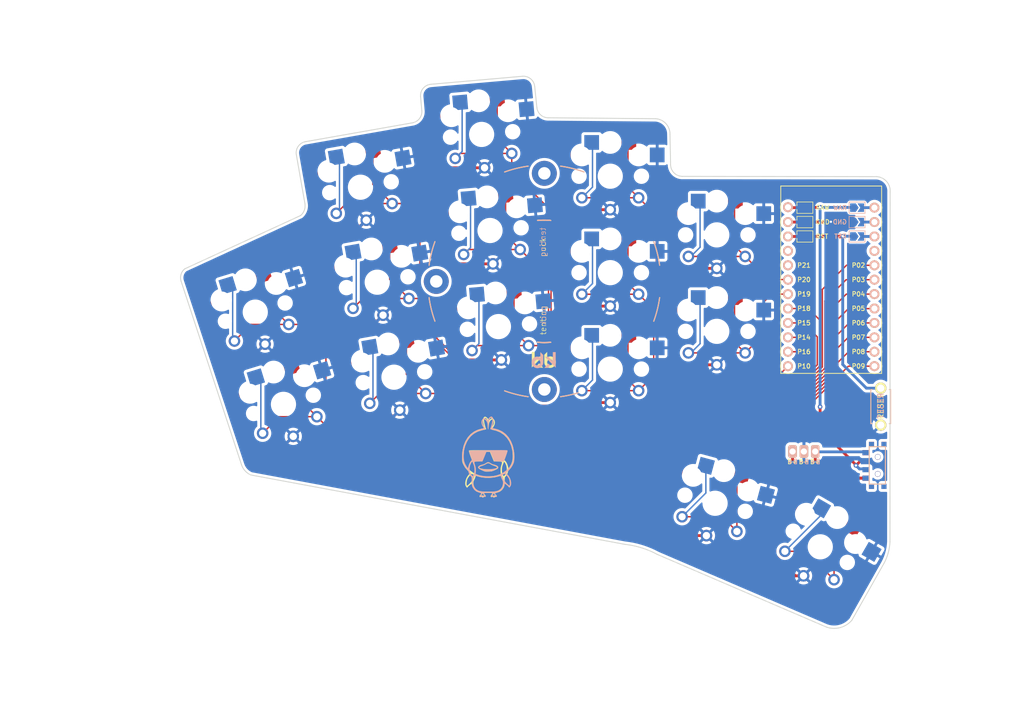
<source format=kicad_pcb>
(kicad_pcb (version 20211014) (generator pcbnew)
  (title_block (title "board") (rev "v1.0.0") (company "Unknown"))
  (layers (0 "F.Cu" signal) (31 "B.Cu" signal) (34 "B.Paste" user) (35 "F.Paste" user) (36 "B.SilkS" user "B.Silkscreen") (37 "F.SilkS" user "F.Silkscreen") (38 "B.Mask" user) (39 "F.Mask" user) (44 "Edge.Cuts" user))
  (net 0 "")
  (net 1 "P6")
  (net 2 "GND")
  (net 3 "P5")
  (net 4 "P4")
  (net 5 "P3")
  (net 6 "P2")
  (net 7 "P18")
  (net 8 "P15")
  (net 9 "P14")
  (net 10 "P16")
  (net 11 "P10")
  (net 12 "P19")
  (net 13 "P20")
  (net 14 "P21")
  (net 15 "P7")
  (net 16 "P8")
  (net 17 "P9")
  (net 18 "RAW")
  (net 19 "RST")
  (net 20 "Braw")
  (footprint "E73:SPDT_C128955" (layer "F.Cu") (at 162.560225 -55.708029 -90)
    (fp_text reference "T1" hide)
    (fp_text value "" hide)
  )
  (footprint "lib:bat" (layer "F.Cu") (at 149.545396 -58.163682)
    (fp_text reference "PAD1" hide)
    (fp_text value "" hide)
  )
  (footprint "kbd:ResetSW" (layer "F.Cu") (at 163.088472 -66.070035 90)
    (fp_text reference "B1" hide)
    (fp_text value "")
  )
  (footprint "PG1350" (layer "F.Cu") (at 71.38711 -104.745067 10)
    (fp_text reference "S11" hide)
    (fp_text value "" hide)
  )
  (footprint "PG1350" (layer "F.Cu") (at 152.428645 -41.360213 150)
    (fp_text reference "S34" hide)
    (fp_text value "" hide)
  )
  (footprint "PG1350" (layer "F.Cu") (at 94.221643 -97.114167 5)
    (fp_text reference "S15" hide)
    (fp_text value "" hide)
  )
  (footprint "PG1350" (layer "F.Cu") (at 115.411087 -89.686017)
    (fp_text reference "S21" hide)
    (fp_text value "" hide)
  )
  (footprint "PG1350" (layer "F.Cu") (at 77.291148 -71.261603 -170)
    (fp_text reference "S8" hide)
    (fp_text value "" hide)
  )
  (footprint "PG1350" (layer "F.Cu") (at 95.703291 -80.178857 -175)
    (fp_text reference "S14" hide)
    (fp_text value "" hide)
  )
  (footprint "PG1350" (layer "F.Cu") (at 115.411087 -72.686017 180)
    (fp_text reference "S20" hide)
    (fp_text value "" hide)
  )
  (footprint "PG1350" (layer "F.Cu") (at 134.192 -79.3425 180)
    (fp_text reference "S28" hide)
    (fp_text value "" hide)
  )
  (footprint "PG1350" (layer "F.Cu") (at 134.192 -96.3425)
    (fp_text reference "S29" hide)
    (fp_text value "" hide)
  )
  (footprint "LOGO" (layer "F.Cu") (at 93.819755 -55.859733)
    (fp_text reference "G***" hide)
    (fp_text value "LOGO" hide)
  )
  (footprint "PG1350" (layer "F.Cu") (at 152.428645 -41.360213 -30)
    (fp_text reference "S33" hide)
    (fp_text value "" hide)
  )
  (footprint "PG1350" (layer "F.Cu") (at 77.291148 -71.261603 10)
    (fp_text reference "S7" hide)
    (fp_text value "" hide)
  )
  (footprint "E73:SPDT_C128955" (layer "F.Cu") (at 162.560225 -55.708029 -90)
    (fp_text reference "T2" hide)
    (fp_text value "" hide)
  )
  (footprint "PG1350" (layer "F.Cu") (at 52.842259 -82.729963 17)
    (fp_text reference "S5" hide)
    (fp_text value "" hide)
  )
  (footprint "PG1350" (layer "F.Cu") (at 134.192 -79.3425)
    (fp_text reference "S27" hide)
    (fp_text value "" hide)
  )
  (footprint "PG1350" (layer "F.Cu") (at 74.339129 -88.003335 10)
    (fp_text reference "S9" hide)
    (fp_text value "" hide)
  )
  (footprint "PG1350" (layer "F.Cu") (at 94.221643 -97.114167 -175)
    (fp_text reference "S16" hide)
    (fp_text value "" hide)
  )
  (footprint "PG1350" (layer "F.Cu") (at 134.192 -96.3425 180)
    (fp_text reference "S30" hide)
    (fp_text value "" hide)
  )
  (footprint "PG1350" (layer "F.Cu") (at 95.703291 -80.178857 5)
    (fp_text reference "S13" hide)
    (fp_text value "" hide)
  )
  (footprint "PG1350" (layer "F.Cu") (at 115.411087 -106.686017 180)
    (fp_text reference "S24" hide)
    (fp_text value "" hide)
  )
  (footprint "PG1350" (layer "F.Cu") (at 92.739996 -114.049477 5)
    (fp_text reference "S17" hide)
    (fp_text value "" hide)
  )
  (footprint "PG1350" (layer "F.Cu") (at 57.812578 -66.472782 -163)
    (fp_text reference "S4" hide)
    (fp_text value "" hide)
  )
  (footprint "PG1350" (layer "F.Cu") (at 74.339129 -88.003335 -170)
    (fp_text reference "S10" hide)
    (fp_text value "" hide)
  )
  (footprint "PG1350" (layer "F.Cu") (at 115.411087 -89.686017 180)
    (fp_text reference "S22" hide)
    (fp_text value "" hide)
  )
  (footprint "PG1350" (layer "F.Cu") (at 133.891046 -49.038738 -15)
    (fp_text reference "S31" hide)
    (fp_text value "" hide)
  )
  (footprint "ProMicro" (layer "F.Cu") (at 154.357213 -87.172542 -90)
    (fp_text reference "MCU1" hide)
    (fp_text value "" hide)
  )
  (footprint "PG1350" (layer "F.Cu") (at 57.812578 -66.472782 17)
    (fp_text reference "S3" hide)
    (fp_text value "" hide)
  )
  (footprint "PG1350" (layer "F.Cu") (at 133.891046 -49.038738 165)
    (fp_text reference "S32" hide)
    (fp_text value "" hide)
  )
  (footprint "Alaa:Tenting_Puck_3_Holes" (layer "F.Cu") (at 103.79722 -88.141427)
    (fp_text reference "REF**")
    (fp_text value "Tenting Puck")
  )
  (footprint "PG1350" (layer "F.Cu") (at 71.38711 -104.745067 -170)
    (fp_text reference "S12" hide)
    (fp_text value "" hide)
  )
  (footprint "PG1350" (layer "F.Cu") (at 115.411087 -106.686017)
    (fp_text reference "S23" hide)
    (fp_text value "" hide)
  )
  (footprint "PG1350" (layer "F.Cu") (at 52.842259 -82.729963 -163)
    (fp_text reference "S6" hide)
    (fp_text value "" hide)
  )
  (footprint "PG1350" (layer "F.Cu") (at 115.411087 -72.686017)
    (fp_text reference "S19" hide)
    (fp_text value "" hide)
  )
  (footprint "PG1350" (layer "F.Cu") (at 92.739996 -114.049477 -175)
    (fp_text reference "S18" hide)
    (fp_text value "" hide)
  )
  (footprint "LOGO" (layer "B.Cu") (at 93.98 -55.88 180)
    (fp_text reference "G***" hide)
    (fp_text value "LOGO" hide)
  )
  (gr_arc (start 99.933789 -124.30301) (mid 101.393689 -123.842724) (end 102.10049 -122.484931) (layer "Edge.Cuts") (width 0.15))
  (gr_line (start 104.470899 -116.98947) (end 123.405311 -116.824102) (layer "Edge.Cuts") (width 0.15))
  (gr_arc (start 81.977357 -120.724386) (mid 82.43765 -122.184278) (end 83.795435 -122.891086) (layer "Edge.Cuts") (width 0.15))
  (gr_arc (start 162.372397 -106.613531) (mid 164.125357 -105.756339) (end 164.753669 -103.908943) (layer "Edge.Cuts") (width 0.15))
  (gr_arc (start 128.078513 -106.660574) (mid 126.659945 -107.269539) (end 126.049564 -108.687498) (layer "Edge.Cuts") (width 0.15))
  (gr_line (start 102.10049 -122.484931) (end 102.478509 -118.81516) (layer "Edge.Cuts") (width 0.15))
  (gr_line (start 158.002032 -28.418788) (end 163.680206 -38.476609) (layer "Edge.Cuts") (width 0.15))
  (gr_arc (start 82.194402 -118.243556) (mid 81.788732 -116.851711) (end 80.549308 -116.099629) (layer "Edge.Cuts") (width 0.15))
  (gr_arc (start 164.719636 -42.263105) (mid 164.412462 -40.311512) (end 163.680206 -38.476609) (layer "Edge.Cuts") (width 0.15))
  (gr_arc (start 60.082137 -110.459861) (mid 60.413443 -111.954313) (end 61.704455 -112.776773) (layer "Edge.Cuts") (width 0.15))
  (gr_arc (start 158.002032 -28.418788) (mid 155.946308 -27.125559) (end 153.519202 -27.212704) (layer "Edge.Cuts") (width 0.15))
  (gr_arc (start 39.776757 -88.145745) (mid 39.750553 -89.355472) (end 40.419583 -90.3637) (layer "Edge.Cuts") (width 0.15))
  (gr_arc (start 123.405311 -116.824102) (mid 125.240104 -115.94055) (end 125.945311 -114.030102) (layer "Edge.Cuts") (width 0.15))
  (gr_arc (start 52.097041 -54.013035) (mid 51.055311 -54.744663) (end 50.412171 -55.843231) (layer "Edge.Cuts") (width 0.15))
  (gr_line (start 39.776757 -88.145745) (end 50.412171 -55.843231) (layer "Edge.Cuts") (width 0.15))
  (gr_line (start 126.049564 -108.687498) (end 125.945311 -114.030102) (layer "Edge.Cuts") (width 0.15))
  (gr_line (start 60.082136 -110.459861) (end 61.5918 -101.858717) (layer "Edge.Cuts") (width 0.15))
  (gr_line (start 118.029108 -41.786742) (end 52.097041 -54.013035) (layer "Edge.Cuts") (width 0.15))
  (gr_arc (start 104.470899 -116.98947) (mid 103.119737 -117.514937) (end 102.478509 -118.81516) (layer "Edge.Cuts") (width 0.15))
  (gr_arc (start 118.029108 -41.786742) (mid 120.953275 -41.174834) (end 123.708003 -40.018696) (layer "Edge.Cuts") (width 0.15))
  (gr_arc (start 61.5918 -101.858717) (mid 61.492811 -100.716664) (end 60.852399 -99.765897) (layer "Edge.Cuts") (width 0.15))
  (gr_line (start 164.719636 -42.263105) (end 164.753669 -103.908943) (layer "Edge.Cuts") (width 0.15))
  (gr_line (start 83.795435 -122.891086) (end 99.933789 -124.303009) (layer "Edge.Cuts") (width 0.15))
  (gr_line (start 40.419583 -90.3637) (end 60.852399 -99.765897) (layer "Edge.Cuts") (width 0.15))
  (gr_line (start 82.194401 -118.243556) (end 81.977357 -120.724385) (layer "Edge.Cuts") (width 0.15))
  (gr_line (start 162.372397 -106.613531) (end 128.078513 -106.660574) (layer "Edge.Cuts") (width 0.15))
  (gr_line (start 153.519202 -27.212704) (end 123.708003 -40.018696) (layer "Edge.Cuts") (width 0.15))
  (gr_line (start 61.704455 -112.776773) (end 80.549308 -116.099629) (layer "Edge.Cuts") (width 0.15))
  (segment (start 157.527339 -80.822542) (end 154.628374 -77.923577) (width 0.25) (layer "F.Cu") (net 1))
  (segment (start 58.734795 -80.557863) (end 52.095465 -80.557863) (width 0.25) (layer "F.Cu") (net 1))
  (segment (start 54.234545 -89.377494) (end 54.234545 -85.058113) (width 0.25) (layer "F.Cu") (net 1))
  (segment (start 52.095465 -80.557863) (end 49.171748 -77.634146) (width 0.25) (layer "F.Cu") (net 1))
  (segment (start 94.028116 -72.037521) (end 89.562066 -72.037521) (width 0.25) (layer "F.Cu") (net 1))
  (segment (start 54.234545 -85.058113) (end 58.734795 -80.557863) (width 0.25) (layer "F.Cu") (net 1))
  (segment (start 154.628374 -72.346106) (end 149.562665 -67.280397) (width 0.25) (layer "F.Cu") (net 1))
  (segment (start 65.297412 -69.322588) (end 65.297412 -78.74) (width 0.25) (layer "F.Cu") (net 1))
  (segment (start 149.562665 -67.280397) (end 126.862431 -67.280397) (width 0.25) (layer "F.Cu") (net 1))
  (segment (start 161.977213 -80.822542) (end 157.527339 -80.822542) (width 0.25) (layer "F.Cu") (net 1))
  (segment (start 126.862431 -67.280397) (end 126.311018 -66.728983) (width 0.25) (layer "F.Cu") (net 1))
  (segment (start 121.686138 -62.104105) (end 109.813673 -62.104105) (width 0.25) (layer "F.Cu") (net 1))
  (segment (start 109.813673 -62.104105) (end 106.982862 -64.934916) (width 0.25) (layer "F.Cu") (net 1))
  (segment (start 71.12 -63.5) (end 65.297412 -69.322588) (width 0.25) (layer "F.Cu") (net 1))
  (segment (start 63.479549 -80.557863) (end 58.734795 -80.557863) (width 0.25) (layer "F.Cu") (net 1))
  (segment (start 126.311018 -66.728983) (end 121.686138 -62.104105) (width 0.25) (layer "F.Cu") (net 1))
  (segment (start 89.562066 -72.037521) (end 81.024544 -63.5) (width 0.25) (layer "F.Cu") (net 1))
  (segment (start 154.628374 -77.923577) (end 154.628374 -72.346106) (width 0.25) (layer "F.Cu") (net 1))
  (segment (start 81.024544 -63.5) (end 71.12 -63.5) (width 0.25) (layer "F.Cu") (net 1))
  (segment (start 101.130724 -64.934916) (end 94.028116 -72.037521) (width 0.25) (layer "F.Cu") (net 1))
  (segment (start 65.297412 -78.74) (end 63.479549 -80.557863) (width 0.25) (layer "F.Cu") (net 1))
  (segment (start 106.982862 -64.934916) (end 101.130724 -64.934916) (width 0.25) (layer "F.Cu") (net 1))
  (segment (start 47.655954 -88.184596) (end 48.856953 -86.983597) (width 0.25) (layer "B.Cu") (net 1))
  (segment (start 48.856953 -86.983597) (end 48.856953 -78.356283) (width 0.25) (layer "B.Cu") (net 1))
  (segment (start 108.15356 -75.418544) (end 107.136087 -76.436017) (width 0.5) (layer "F.Cu") (net 2))
  (segment (start 63.384822 -105.421809) (end 62.586645 -106.219986) (width 0.5) (layer "F.Cu") (net 2))
  (segment (start 96.21751 -74.301308) (end 89.760656 -74.301308) (width 0.5) (layer "F.Cu") (net 2))
  (segment (start 134.192 -90.4425) (end 127.825621 -90.4425) (width 0.5) (layer "F.Cu") (net 2))
  (segment (start 63.384822 -100.80225) (end 63.384822 -105.421809) (width 0.5) (layer "F.Cu") (net 2))
  (segment (start 128.464518 -73.4425) (end 125.917 -75.990018) (width 0.5) (layer "F.Cu") (net 2))
  (segment (start 75.363653 -82.192969) (end 74.347654 -81.17697) (width 0.5) (layer "F.Cu") (net 2))
  (segment (start 115.411087 -66.786017) (end 109.81576 -66.786017) (width 0.5) (layer "F.Cu") (net 2))
  (segment (start 125.917 -92.351121) (end 125.917 -100.0925) (width 0.5) (layer "F.Cu") (net 2))
  (segment (start 108.15356 -68.448217) (end 108.15356 -75.418544) (width 0.5) (layer "F.Cu") (net 2))
  (segment (start 62.586645 -106.219986) (end 62.586645 -107.001157) (width 0.5) (layer "F.Cu") (net 2))
  (segment (start 66.26837 -97.918702) (end 63.384822 -100.80225) (width 0.5) (layer "F.Cu") (net 2))
  (segment (start 74.347654 -81.17697) (end 68.485407 -81.17697) (width 0.5) (layer "F.Cu") (net 2))
  (segment (start 71.813295 -64.435238) (end 68.490683 -67.75785) (width 0.5) (layer "F.Cu") (net 2))
  (segment (start 89.760656 -74.301308) (end 87.132946 -76.929018) (width 0.5) (layer "F.Cu") (net 2))
  (segment (start 125.807135 -53.741241) (end 126.868581 -54.802687) (width 0.5) (layer "F.Cu") (net 2))
  (segment (start 109.81576 -66.786017) (end 108.15356 -68.448217) (width 0.5) (layer "F.Cu") (net 2))
  (segment (start 49.917361 -65.987885) (end 48.802762 -67.102484) (width 0.5) (layer "F.Cu") (net 2))
  (segment (start 144.4244 -39.868068) (end 144.4244 -46.032423) (width 0.5) (layer "F.Cu") (net 2))
  (segment (start 125.807135 -45.471746) (end 125.807135 -53.741241) (width 0.5) (layer "F.Cu") (net 2))
  (segment (start 59.537571 -60.830584) (end 58.196209 -59.489222) (width 0.5) (layer "F.Cu") (net 2))
  (segment (start 77.299673 -64.435238) (end 71.813295 -64.435238) (width 0.5) (layer "F.Cu") (net 2))
  (segment (start 115.411087 -83.786017) (end 108.973745 -83.786017) (width 0.5) (layer "F.Cu") (net 2))
  (segment (start 78.315672 -65.451237) (end 77.299673 -64.435238) (width 0.5) (layer "F.Cu") (net 2))
  (segment (start 58.196209 -59.489222) (end 53.137791 -59.489222) (width 0.5) (layer "F.Cu") (net 2))
  (segment (start 71.395635 -97.918702) (end 66.26837 -97.918702) (width 0.5) (layer "F.Cu") (net 2))
  (segment (start 132.364014 -43.339776) (end 127.939105 -43.339776) (width 0.5) (layer "F.Cu") (net 2))
  (segment (start 53.137791 -59.489222) (end 49.917361 -62.709652) (width 0.5) (layer "F.Cu") (net 2))
  (segment (start 134.192 -73.4425) (end 128.464518 -73.4425) (width 0.5) (layer "F.Cu") (net 2))
  (segment (start 107.136087 -103.216201) (end 107.136087 -110.436017) (width 0.5) (layer "F.Cu") (net 2))
  (segment (start 86.601289 -108.171928) (end 86.570217 -108.140856) (width 0.5) (layer "F.Cu") (net 2))
  (segment (start 93.254215 -108.171928) (end 86.601289 -108.171928) (width 0.5) (layer "F.Cu") (net 2))
  (segment (start 115.411087 -100.786017) (end 109.566271 -100.786017) (width 0.5) (layer "F.Cu") (net 2))
  (segment (start 68.485407 -81.17697) (end 65.538664 -84.123713) (width 0.5) (layer "F.Cu") (net 2))
  (segment (start 85.651298 -93.599163) (end 85.651298 -100.128683) (width 0.5) (layer "F.Cu") (net 2))
  (segment (start 65.538664 -84.123713) (end 65.538664 -90.259425) (width 0.5) (layer "F.Cu") (net 2))
  (segment (start 48.802762 -67.102484) (end 48.802762 -67.639549) (width 0.5) (layer "F.Cu") (net 2))
  (segment (start 144.4244 -46.032423) (end 147.137285 -48.745308) (width 0.5) (layer "F.Cu") (net 2))
  (segment (start 127.939105 -43.339776) (end 125.807135 -45.471746) (width 0.5) (layer "F.Cu") (net 2))
  (segment (start 148.041805 -36.250663) (end 144.4244 -39.868068) (width 0.5) (layer "F.Cu") (net 2))
  (segment (start 154.256703 -98.602542) (end 150.44369 -98.602542) (width 0.5) (layer "F.Cu") (net 2))
  (segment (start 108.15356 -76.015027) (end 107.136087 -77.0325) (width 0.5) (layer "F.Cu") (net 2))
  (segment (start 109.566271 -100.786017) (end 107.136087 -103.216201) (width 0.5) (layer "F.Cu") (net 2))
  (segment (start 94.735862 -91.236618) (end 88.013843 -91.236618) (width 0.5) (layer "F.Cu") (net 2))
  (segment (start 48.232895 -75.218284) (end 44.864298 -78.586881) (width 0.5) (layer "F.Cu") (net 2))
  (segment (start 87.132946 -76.929018) (end 87.132946 -83.193373) (width 0.5) (layer "F.Cu") (net 2))
  (segment (start 88.013843 -91.236618) (end 85.651298 -93.599163) (width 0.5) (layer "F.Cu") (net 2))
  (segment (start 108.973745 -83.786017) (end 107.136087 -85.623675) (width 0.5) (layer "F.Cu") (net 2))
  (segment (start 154.304587 -98.650426) (end 154.256703 -98.602542) (width 0.5) (layer "F.Cu") (net 2))
  (segment (start 127.825621 -90.4425) (end 125.917 -92.351121) (width 0.5) (layer "F.Cu") (net 2))
  (segment (start 44.864298 -78.586881) (end 44.864298 -82.864875) (width 0.5) (layer "F.Cu") (net 2))
  (segment (start 86.570217 -108.140856) (end 84.169651 -110.541422) (width 0.5) (layer "F.Cu") (net 2))
  (segment (start 54.567252 -77.087765) (end 52.697771 -75.218284) (width 0.5) (layer "F.Cu") (net 2))
  (segment (start 72.411634 -98.934701) (end 71.395635 -97.918702) (width 0.5) (layer "F.Cu") (net 2))
  (segment (start 149.478645 -36.250663) (end 148.041805 -36.250663) (width 0.5) (layer "F.Cu") (net 2))
  (segment (start 68.490683 -67.75785) (end 68.490683 -73.517693) (width 0.5) (layer "F.Cu") (net 2))
  (segment (start 52.697771 -75.218284) (end 48.232895 -75.218284) (width 0.5) (layer "F.Cu") (net 2))
  (segment (start 107.136087 -85.623675) (end 107.136087 -93.436017) (width 0.5) (layer "F.Cu") (net 2))
  (segment (start 44.864298 -82.864875) (end 43.832443 -83.89673) (width 0.5) (layer "F.Cu") (net 2))
  (segment (start 49.917361 -62.709652) (end 49.917361 -65.987885) (width 0.5) (layer "F.Cu") (net 2))
  (segment (start 125.917 -75.990018) (end 125.917 -83.0925) (width 0.5) (layer "F.Cu") (net 2))
  (segment (start 84.169651 -110.541422) (end 84.169651 -117.063993) (width 0.5) (layer "F.Cu") (net 2))
  (via (at 154.304587 -98.650426) (size 0.8) (drill 0.4) (layers "F.Cu" "B.Cu") (net 2))
  (segment (start 154.329345 -98.675184) (end 154.329345 -64.825511) (width 0.5) (layer "B.Cu") (net 2))
  (segment (start 149.545396 -60.041562) (end 149.545396 -58.163682) (width 0.5) (layer "B.Cu") (net 2))
  (segment (start 154.329345 -64.825511) (end 149.545396 -60.041562) (width 0.5) (layer "B.Cu") (net 2))
  (segment (start 154.304587 -98.650426) (end 154.329345 -98.675184) (width 0.5) (layer "B.Cu") (net 2))
  (segment (start 154.329345 -98.675184) (end 158.139502 -98.675184) (width 0.5) (layer "B.Cu") (net 2))
  (segment (start 154.178854 -72.532303) (end 154.178854 -80.140845) (width 0.25) (layer "F.Cu") (net 3))
  (segment (start 157.383378 -83.345369) (end 161.96004 -83.345369) (width 0.25) (layer "F.Cu") (net 3))
  (segment (start 121.499941 -62.553625) (end 126.676233 -67.729917) (width 0.25) (layer "F.Cu") (net 3))
  (segment (start 79.483187 -71.779437) (end 82.87505 -68.387574) (width 0.25) (layer "F.Cu") (net 3))
  (segment (start 94.214315 -72.487041) (end 101.31692 -65.384436) (width 0.25) (layer "F.Cu") (net 3))
  (segment (start 154.178854 -80.140845) (end 157.383378 -83.345369) (width 0.25) (layer "F.Cu") (net 3))
  (segment (start 149.376468 -67.729917) (end 154.178854 -72.532303) (width 0.25) (layer "F.Cu") (net 3))
  (segment (start 101.31692 -65.384436) (end 107.16906 -65.384436) (width 0.25) (layer "F.Cu") (net 3))
  (segment (start 82.87505 -68.387574) (end 74.763453 -68.387574) (width 0.25) (layer "F.Cu") (net 3))
  (segment (start 79.483187 -77.689907) (end 79.483187 -71.779437) (width 0.25) (layer "F.Cu") (net 3))
  (segment (start 74.763453 -68.387574) (end 73.026972 -66.651093) (width 0.25) (layer "F.Cu") (net 3))
  (segment (start 85.2764 -68.387574) (end 89.375867 -72.487041) (width 0.25) (layer "F.Cu") (net 3))
  (segment (start 109.999871 -62.553625) (end 121.499941 -62.553625) (width 0.25) (layer "F.Cu") (net 3))
  (segment (start 107.16906 -65.384436) (end 109.999871 -62.553625) (width 0.25) (layer "F.Cu") (net 3))
  (segment (start 82.87505 -68.387574) (end 85.2764 -68.387574) (width 0.25) (layer "F.Cu") (net 3))
  (segment (start 89.375867 -72.487041) (end 94.214315 -72.487041) (width 0.25) (layer "F.Cu") (net 3))
  (segment (start 126.676233 -67.729917) (end 149.376468 -67.729917) (width 0.25) (layer "F.Cu") (net 3))
  (segment (start 73.59045 -67.214571) (end 73.026972 -66.651093) (width 0.25) (layer "B.Cu") (net 3))
  (segment (start 73.032696 -76.552511) (end 73.59045 -75.994757) (width 0.25) (layer "B.Cu") (net 3))
  (segment (start 73.59045 -75.994757) (end 73.59045 -67.214571) (width 0.25) (layer "B.Cu") (net 3))
  (segment (start 126.490035 -68.179437) (end 149.19027 -68.179437) (width 0.25) (layer "F.Cu") (net 4))
  (segment (start 76.531168 -88.521169) (end 79.923031 -85.129306) (width 0.25) (layer "F.Cu") (net 4))
  (segment (start 94.400512 -72.936561) (end 101.503117 -65.833956) (width 0.25) (layer "F.Cu") (net 4))
  (segment (start 110.186071 -63.003145) (end 121.313741 -63.003145) (width 0.25) (layer "F.Cu") (net 4))
  (segment (start 76.531168 -94.431639) (end 76.531168 -88.521169) (width 0.25) (layer "F.Cu") (net 4))
  (segment (start 149.19027 -68.179437) (end 153.729334 -72.718501) (width 0.25) (layer "F.Cu") (net 4))
  (segment (start 153.729334 -82.609334) (end 157.024799 -85.904799) (width 0.25) (layer "F.Cu") (net 4))
  (segment (start 84.38648 -77.933067) (end 89.382986 -72.936561) (width 0.25) (layer "F.Cu") (net 4))
  (segment (start 84.38648 -82.617802) (end 84.38648 -77.933067) (width 0.25) (layer "F.Cu") (net 4))
  (segment (start 157.024799 -85.904799) (end 161.974956 -85.904799) (width 0.25) (layer "F.Cu") (net 4))
  (segment (start 79.923031 -85.129306) (end 71.811434 -85.129306) (width 0.25) (layer "F.Cu") (net 4))
  (segment (start 89.382986 -72.936561) (end 94.400512 -72.936561) (width 0.25) (layer "F.Cu") (net 4))
  (segment (start 81.874976 -85.129306) (end 84.38648 -82.617802) (width 0.25) (layer "F.Cu") (net 4))
  (segment (start 107.355257 -65.833956) (end 110.186071 -63.003145) (width 0.25) (layer "F.Cu") (net 4))
  (segment (start 79.923031 -85.129306) (end 81.874976 -85.129306) (width 0.25) (layer "F.Cu") (net 4))
  (segment (start 161.974956 -85.904799) (end 161.977213 -85.902542) (width 0.25) (layer "F.Cu") (net 4))
  (segment (start 153.729334 -72.718501) (end 153.729334 -82.609334) (width 0.25) (layer "F.Cu") (net 4))
  (segment (start 71.811434 -85.129306) (end 70.074953 -83.392825) (width 0.25) (layer "F.Cu") (net 4))
  (segment (start 101.503117 -65.833956) (end 107.355257 -65.833956) (width 0.25) (layer "F.Cu") (net 4))
  (segment (start 121.313741 -63.003145) (end 126.490035 -68.179437) (width 0.25) (layer "F.Cu") (net 4))
  (segment (start 70.638431 -83.956303) (end 70.074953 -83.392825) (width 0.25) (layer "B.Cu") (net 4))
  (segment (start 70.638431 -92.736489) (end 70.638431 -83.956303) (width 0.25) (layer "B.Cu") (net 4))
  (segment (start 70.080677 -93.294243) (end 70.638431 -92.736489) (width 0.25) (layer "B.Cu") (net 4))
  (segment (start 68.859415 -101.871038) (end 67.122934 -100.134557) (width 0.25) (layer "F.Cu") (net 5))
  (segment (start 107.541455 -66.283476) (end 110.372268 -63.452665) (width 0.25) (layer "F.Cu") (net 5))
  (segment (start 73.579149 -111.173371) (end 73.579149 -105.262901) (width 0.25) (layer "F.Cu") (net 5))
  (segment (start 149.004072 -68.628957) (end 153.249052 -72.873937) (width 0.25) (layer "F.Cu") (net 5))
  (segment (start 81.858703 -85.781297) (end 84.836 -82.804) (width 0.25) (layer "F.Cu") (net 5))
  (segment (start 110.372268 -63.452665) (end 121.127544 -63.452665) (width 0.25) (layer "F.Cu") (net 5))
  (segment (start 81.858703 -99.573497) (end 81.858703 -85.781297) (width 0.25) (layer "F.Cu") (net 5))
  (segment (start 153.249052 -84.703008) (end 156.988586 -88.442542) (width 0.25) (layer "F.Cu") (net 5))
  (segment (start 76.971012 -101.871038) (end 68.859415 -101.871038) (width 0.25) (layer "F.Cu") (net 5))
  (segment (start 79.561162 -101.871038) (end 81.858703 -99.573497) (width 0.25) (layer "F.Cu") (net 5))
  (segment (start 101.689314 -66.283476) (end 107.541455 -66.283476) (width 0.25) (layer "F.Cu") (net 5))
  (segment (start 153.249052 -72.873937) (end 153.249052 -84.703008) (width 0.25) (layer "F.Cu") (net 5))
  (segment (start 76.971012 -101.871038) (end 79.561162 -101.871038) (width 0.25) (layer "F.Cu") (net 5))
  (segment (start 89.569184 -73.386081) (end 94.586709 -73.386081) (width 0.25) (layer "F.Cu") (net 5))
  (segment (start 84.836 -82.804) (end 84.836 -78.119265) (width 0.25) (layer "F.Cu") (net 5))
  (segment (start 126.303837 -68.628957) (end 149.004072 -68.628957) (width 0.25) (layer "F.Cu") (net 5))
  (segment (start 73.579149 -105.262901) (end 76.971012 -101.871038) (width 0.25) (layer "F.Cu") (net 5))
  (segment (start 94.586709 -73.386081) (end 101.689314 -66.283476) (width 0.25) (layer "F.Cu") (net 5))
  (segment (start 156.988586 -88.442542) (end 161.977213 -88.442542) (width 0.25) (layer "F.Cu") (net 5))
  (segment (start 121.127544 -63.452665) (end 126.303837 -68.628957) (width 0.25) (layer "F.Cu") (net 5))
  (segment (start 84.836 -78.119265) (end 89.569184 -73.386081) (width 0.25) (layer "F.Cu") (net 5))
  (segment (start 67.686412 -100.698035) (end 67.122934 -100.134557) (width 0.25) (layer "B.Cu") (net 5))
  (segment (start 67.128658 -110.035975) (end 67.686412 -109.478221) (width 0.25) (layer "B.Cu") (net 5))
  (segment (start 67.686412 -109.478221) (end 67.686412 -100.698035) (width 0.25) (layer "B.Cu") (net 5))
  (segment (start 104.07916 -75.594064) (end 104.07916 -73.484347) (width 0.25) (layer "F.Cu") (net 6))
  (segment (start 106.680001 -67.780648) (end 110.558465 -63.902185) (width 0.25) (layer "F.Cu") (net 6))
  (segment (start 110.558465 -63.902185) (end 120.941347 -63.902185) (width 0.25) (layer "F.Cu") (net 6))
  (segment (start 91.925067 -76.829096) (end 91.053509 -75.957538) (width 0.25) (layer "F.Cu") (net 6))
  (segment (start 106.68 -70.883507) (end 106.680001 -67.780648) (width 0.25) (layer "F.Cu") (net 6))
  (segment (start 101.015456 -76.829096) (end 98.447252 -79.3973) (width 0.25) (layer "F.Cu") (net 6))
  (segment (start 152.799532 -73.060135) (end 152.799532 -86.738477) (width 0.25) (layer "F.Cu") (net 6))
  (segment (start 98.447252 -79.3973) (end 98.447252 -86.391651) (width 0.25) (layer "F.Cu") (net 6))
  (segment (start 104.07916 -73.484347) (end 106.68 -70.883507) (width 0.25) (layer "F.Cu") (net 6))
  (segment (start 120.941347 -63.902185) (end 126.117639 -69.078477) (width 0.25) (layer "F.Cu") (net 6))
  (segment (start 126.117639 -69.078477) (end 148.817874 -69.078477) (width 0.25) (layer "F.Cu") (net 6))
  (segment (start 101.015456 -76.829096) (end 102.844128 -76.829096) (width 0.25) (layer "F.Cu") (net 6))
  (segment (start 102.844128 -76.829096) (end 104.07916 -75.594064) (width 0.25) (layer "F.Cu") (net 6))
  (segment (start 152.799532 -86.738477) (end 157.043597 -90.982542) (width 0.25) (layer "F.Cu") (net 6))
  (segment (start 157.043597 -90.982542) (end 161.977213 -90.982542) (width 0.25) (layer "F.Cu") (net 6))
  (segment (start 101.015456 -76.829096) (end 91.925067 -76.829096) (width 0.25) (layer "F.Cu") (net 6))
  (segment (start 148.817874 -69.078477) (end 152.799532 -73.060135) (width 0.25) (layer "F.Cu") (net 6))
  (segment (start 92.270004 -77.174033) (end 91.053509 -75.957538) (width 0.25) (layer "B.Cu") (net 6))
  (segment (start 91.922177 -85.82078) (end 92.270004 -85.472953) (width 0.25) (layer "B.Cu") (net 6))
  (segment (start 92.270004 -85.472953) (end 92.270004 -77.174033) (width 0.25) (layer "B.Cu") (net 6))
  (segment (start 110.744662 -64.351705) (end 120.755149 -64.351705) (width 0.25) (layer "F.Cu") (net 7))
  (segment (start 104.52868 -88.769534) (end 104.52868 -73.670546) (width 0.25) (layer "F.Cu") (net 7))
  (segment (start 152.350012 -73.246333) (end 152.350012 -81.329988) (width 0.25) (layer "F.Cu") (net 7))
  (segment (start 99.533808 -93.764406) (end 90.443419 -93.764406) (width 0.25) (layer "F.Cu") (net 7))
  (segment (start 96.965604 -96.33261) (end 99.533808 -93.764406) (width 0.25) (layer "F.Cu") (net 7))
  (segment (start 107.12952 -67.966846) (end 107.392843 -67.703524) (width 0.25) (layer "F.Cu") (net 7))
  (segment (start 150.317458 -83.362542) (end 146.737213 -83.362542) (width 0.25) (layer "F.Cu") (net 7))
  (segment (start 107.392843 -67.703524) (end 110.744662 -64.351705) (width 0.25) (layer "F.Cu") (net 7))
  (segment (start 99.533808 -93.764406) (end 104.52868 -88.769534) (width 0.25) (layer "F.Cu") (net 7))
  (segment (start 148.631676 -69.527997) (end 152.350012 -73.246333) (width 0.25) (layer "F.Cu") (net 7))
  (segment (start 125.931441 -69.527997) (end 148.631676 -69.527997) (width 0.25) (layer "F.Cu") (net 7))
  (segment (start 96.965604 -103.326961) (end 96.965604 -96.33261) (width 0.25) (layer "F.Cu") (net 7))
  (segment (start 90.443419 -93.764406) (end 89.571861 -92.892848) (width 0.25) (layer "F.Cu") (net 7))
  (segment (start 107.12952 -71.069705) (end 107.12952 -67.966846) (width 0.25) (layer "F.Cu") (net 7))
  (segment (start 152.350012 -81.329988) (end 150.317458 -83.362542) (width 0.25) (layer "F.Cu") (net 7))
  (segment (start 104.52868 -73.670546) (end 107.12952 -71.069705) (width 0.25) (layer "F.Cu") (net 7))
  (segment (start 120.755149 -64.351705) (end 125.931441 -69.527997) (width 0.25) (layer "F.Cu") (net 7))
  (segment (start 90.788356 -94.109343) (end 89.571861 -92.892848) (width 0.25) (layer "B.Cu") (net 7))
  (segment (start 90.440529 -102.75609) (end 90.788356 -102.408263) (width 0.25) (layer "B.Cu") (net 7))
  (segment (start 90.788356 -102.408263) (end 90.788356 -94.109343) (width 0.25) (layer "B.Cu") (net 7))
  (segment (start 148.445478 -69.977517) (end 151.900492 -73.432531) (width 0.25) (layer "F.Cu") (net 8))
  (segment (start 120.568951 -64.801225) (end 125.745243 -69.977517) (width 0.25) (layer "F.Cu") (net 8))
  (segment (start 98.052161 -107.541789) (end 104.9782 -100.61575) (width 0.25) (layer "F.Cu") (net 8))
  (segment (start 151.900492 -78.376564) (end 149.454514 -80.822542) (width 0.25) (layer "F.Cu") (net 8))
  (segment (start 98.052161 -110.699716) (end 98.052161 -107.541789) (width 0.25) (layer "F.Cu") (net 8))
  (segment (start 95.483957 -120.262271) (end 95.483957 -113.26792) (width 0.25) (layer "F.Cu") (net 8))
  (segment (start 125.745243 -69.977517) (end 148.445478 -69.977517) (width 0.25) (layer "F.Cu") (net 8))
  (segment (start 110.930859 -64.801225) (end 120.568951 -64.801225) (width 0.25) (layer "F.Cu") (net 8))
  (segment (start 107.57904 -71.255902) (end 107.57904 -68.153044) (width 0.25) (layer "F.Cu") (net 8))
  (segment (start 88.961772 -110.699716) (end 88.090214 -109.828158) (width 0.25) (layer "F.Cu") (net 8))
  (segment (start 149.454514 -80.822542) (end 146.737213 -80.822542) (width 0.25) (layer "F.Cu") (net 8))
  (segment (start 98.052161 -110.699716) (end 88.961772 -110.699716) (width 0.25) (layer "F.Cu") (net 8))
  (segment (start 151.900492 -73.432531) (end 151.900492 -78.376564) (width 0.25) (layer "F.Cu") (net 8))
  (segment (start 104.9782 -100.61575) (end 104.9782 -73.856744) (width 0.25) (layer "F.Cu") (net 8))
  (segment (start 95.483957 -113.26792) (end 98.052161 -110.699716) (width 0.25) (layer "F.Cu") (net 8))
  (segment (start 104.9782 -73.856744) (end 107.57904 -71.255902) (width 0.25) (layer "F.Cu") (net 8))
  (segment (start 107.57904 -68.153044) (end 110.930859 -64.801225) (width 0.25) (layer "F.Cu") (net 8))
  (segment (start 89.306709 -111.044653) (end 88.090214 -109.828158) (width 0.25) (layer "B.Cu") (net 8))
  (segment (start 89.306709 -119.343573) (end 89.306709 -111.044653) (width 0.25) (layer "B.Cu") (net 8))
  (segment (start 88.958882 -119.6914) (end 89.306709 -119.343573) (width 0.25) (layer "B.Cu") (net 8))
  (segment (start 148.25928 -70.427037) (end 121.952107 -70.427037) (width 0.25) (layer "F.Cu") (net 9))
  (segment (start 146.737213 -78.282542) (end 149.026535 -78.282542) (width 0.25) (layer "F.Cu") (net 9))
  (segment (start 120.411087 -68.886017) (end 110.411087 -68.886017) (width 0.25) (layer "F.Cu") (net 9))
  (segment (start 118.536566 -78.486496) (end 118.536566 -70.760538) (width 0.25) (layer "F.Cu") (net 9))
  (segment (start 151.450972 -75.858105) (end 151.450972 -73.618729) (width 0.25) (layer "F.Cu") (net 9))
  (segment (start 151.450972 -73.618729) (end 148.25928 -70.427037) (width 0.25) (layer "F.Cu") (net 9))
  (segment (start 118.536566 -70.760538) (end 120.411087 -68.886017) (width 0.25) (layer "F.Cu") (net 9))
  (segment (start 118.686087 -78.636017) (end 118.536566 -78.486496) (width 0.25) (layer "F.Cu") (net 9))
  (segment (start 149.026535 -78.282542) (end 151.450972 -75.858105) (width 0.25) (layer "F.Cu") (net 9))
  (segment (start 121.952107 -70.427037) (end 120.411087 -68.886017) (width 0.25) (layer "F.Cu") (net 9))
  (segment (start 112.285608 -79.029475) (end 112.285608 -70.760538) (width 0.25) (layer "B.Cu") (net 9))
  (segment (start 112.285608 -70.760538) (end 110.411087 -68.886017) (width 0.25) (layer "B.Cu") (net 9))
  (segment (start 118.536566 -87.760538) (end 120.411087 -85.886017) (width 0.25) (layer "F.Cu") (net 10))
  (segment (start 110.411087 -85.886017) (end 120.411087 -85.886017) (width 0.25) (layer "F.Cu") (net 10))
  (segment (start 151.001452 -73.804926) (end 151.001452 -74.60109) (width 0.25) (layer "F.Cu") (net 10))
  (segment (start 118.536566 -95.486496) (end 118.536566 -87.760538) (width 0.25) (layer "F.Cu") (net 10))
  (segment (start 120.411087 -85.886017) (end 123.069394 -83.22771) (width 0.25) (layer "F.Cu") (net 10))
  (segment (start 151.001452 -74.60109) (end 149.86 -75.742542) (width 0.25) (layer "F.Cu") (net 10))
  (segment (start 123.069394 -73.45757) (end 125.650407 -70.876557) (width 0.25) (layer "F.Cu") (net 10))
  (segment (start 125.650407 -70.876557) (end 148.073083 -70.876557) (width 0.25) (layer "F.Cu") (net 10))
  (segment (start 148.073083 -70.876557) (end 151.001452 -73.804926) (width 0.25) (layer "F.Cu") (net 10))
  (segment (start 123.069394 -83.22771) (end 123.069394 -73.45757) (width 0.25) (layer "F.Cu") (net 10))
  (segment (start 149.86 -75.742542) (end 146.737213 -75.742542) (width 0.25) (layer "F.Cu") (net 10))
  (segment (start 118.686087 -95.636017) (end 118.536566 -95.486496) (width 0.25) (layer "F.Cu") (net 10))
  (segment (start 112.285608 -96.029475) (end 112.285608 -87.760538) (width 0.25) (layer "B.Cu") (net 10))
  (segment (start 112.285608 -87.760538) (end 110.411087 -85.886017) (width 0.25) (layer "B.Cu") (net 10))
  (segment (start 118.536566 -112.486496) (end 118.536566 -104.760538) (width 0.25) (layer "F.Cu") (net 11))
  (segment (start 123.518914 -99.77819) (end 123.518914 -73.643767) (width 0.25) (layer "F.Cu") (net 11))
  (segment (start 120.411087 -102.886017) (end 110.411087 -102.886017) (width 0.25) (layer "F.Cu") (net 11))
  (segment (start 118.686087 -112.636017) (end 118.536566 -112.486496) (width 0.25) (layer "F.Cu") (net 11))
  (segment (start 125.836604 -71.326077) (end 144.860748 -71.326077) (width 0.25) (layer "F.Cu") (net 11))
  (segment (start 144.860748 -71.326077) (end 146.737213 -73.202542) (width 0.25) (layer "F.Cu") (net 11))
  (segment (start 123.518914 -73.643767) (end 125.836604 -71.326077) (width 0.25) (layer "F.Cu") (net 11))
  (segment (start 120.411087 -102.886017) (end 123.518914 -99.77819) (width 0.25) (layer "F.Cu") (net 11))
  (segment (start 118.536566 -104.760538) (end 120.411087 -102.886017) (width 0.25) (layer "F.Cu") (net 11))
  (segment (start 112.285608 -104.760538) (end 110.411087 -102.886017) (width 0.25) (layer "B.Cu") (net 11))
  (segment (start 112.285608 -113.029475) (end 112.285608 -104.760538) (width 0.25) (layer "B.Cu") (net 11))
  (segment (start 143.851676 -85.902542) (end 146.737213 -85.902542) (width 0.25) (layer "F.Cu") (net 12))
  (segment (start 137.317479 -77.417021) (end 137.317479 -85.142979) (width 0.25) (layer "F.Cu") (net 12))
  (segment (start 139.192 -75.5425) (end 137.317479 -77.417021) (width 0.25) (layer "F.Cu") (net 12))
  (segment (start 137.317479 -85.142979) (end 137.467 -85.2925) (width 0.25) (layer "F.Cu") (net 12))
  (segment (start 142.514611 -84.565477) (end 143.851676 -85.902542) (width 0.25) (layer "F.Cu") (net 12))
  (segment (start 139.192 -75.5425) (end 142.514611 -78.865111) (width 0.25) (layer "F.Cu") (net 12))
  (segment (start 129.192 -75.5425) (end 139.192 -75.5425) (width 0.25) (layer "F.Cu") (net 12))
  (segment (start 142.514611 -78.865111) (end 142.514611 -84.565477) (width 0.25) (layer "F.Cu") (net 12))
  (segment (start 131.246666 -77.165756) (end 129.052425 -74.971515) (width 0.25) (layer "B.Cu") (net 12))
  (segment (start 131.246666 -84.252274) (end 131.246666 -77.165756) (width 0.25) (layer "B.Cu") (net 12))
  (segment (start 130.777425 -84.721515) (end 131.246666 -84.252274) (width 0.25) (layer "B.Cu") (net 12))
  (segment (start 139.192 -92.5425) (end 143.260443 -88.474057) (width 0.25) (layer "F.Cu") (net 13))
  (segment (start 137.317479 -94.417021) (end 137.317479 -102.142979) (width 0.25) (layer "F.Cu") (net 13))
  (segment (start 137.317479 -102.142979) (end 137.467 -102.2925) (width 0.25) (layer "F.Cu") (net 13))
  (segment (start 139.192 -92.5425) (end 137.317479 -94.417021) (width 0.25) (layer "F.Cu") (net 13))
  (segment (start 143.260443 -88.474057) (end 146.705698 -88.474057) (width 0.25) (layer "F.Cu") (net 13))
  (segment (start 146.705698 -88.474057) (end 146.737213 -88.442542) (width 0.25) (layer "F.Cu") (net 13))
  (segment (start 129.192 -92.5425) (end 139.192 -92.5425) (width 0.25) (layer "F.Cu") (net 13))
  (segment (start 131.246666 -101.252274) (end 131.246666 -94.165756) (width 0.25) (layer "B.Cu") (net 13))
  (segment (start 129.62341 -92.5425) (end 129.192 -92.5425) (width 0.25) (layer "B.Cu") (net 13))
  (segment (start 131.246666 -94.165756) (end 129.62341 -92.5425) (width 0.25) (layer "B.Cu") (net 13))
  (segment (start 130.777425 -101.721515) (end 131.246666 -101.252274) (width 0.25) (layer "B.Cu") (net 13))
  (segment (start 157.36057 -78.282542) (end 155.077894 -75.999866) (width 0.25) (layer "F.Cu") (net 15))
  (segment (start 81.210741 -63.05048) (end 64.955316 -63.05048) (width 0.25) (layer "F.Cu") (net 15))
  (segment (start 155.077894 -75.999866) (end 155.077894 -72.159908) (width 0.25) (layer "F.Cu") (net 15))
  (segment (start 59.204864 -68.800932) (end 63.705114 -64.300682) (width 0.25) (layer "F.Cu") (net 15))
  (segment (start 64.955316 -63.05048) (end 63.705114 -64.300682) (width 0.25) (layer "F.Cu") (net 15))
  (segment (start 149.748863 -66.830877) (end 127.048629 -66.830877) (width 0.25) (layer "F.Cu") (net 15))
  (segment (start 106.796665 -64.485396) (end 100.944526 -64.485396) (width 0.25) (layer "F.Cu") (net 15))
  (segment (start 155.077894 -72.159908) (end 149.748863 -66.830877) (width 0.25) (layer "F.Cu") (net 15))
  (segment (start 121.872336 -61.654585) (end 109.627476 -61.654585) (width 0.25) (layer "F.Cu") (net 15))
  (segment (start 127.048629 -66.830877) (end 121.872336 -61.654585) (width 0.25) (layer "F.Cu") (net 15))
  (segment (start 63.705114 -64.300682) (end 57.065784 -64.300682) (width 0.25) (layer "F.Cu") (net 15))
  (segment (start 93.841919 -71.588001) (end 89.748263 -71.588001) (width 0.25) (layer "F.Cu") (net 15))
  (segment (start 57.065784 -64.300682) (end 54.142067 -61.376965) (width 0.25) (layer "F.Cu") (net 15))
  (segment (start 100.944526 -64.485396) (end 93.841919 -71.588001) (width 0.25) (layer "F.Cu") (net 15))
  (segment (start 161.977213 -78.282542) (end 157.36057 -78.282542) (width 0.25) (layer "F.Cu") (net 15))
  (segment (start 109.627476 -61.654585) (end 106.796665 -64.485396) (width 0.25) (layer "F.Cu") (net 15))
  (segment (start 59.204864 -73.120313) (end 59.204864 -68.800932) (width 0.25) (layer "F.Cu") (net 15))
  (segment (start 89.748263 -71.588001) (end 81.210741 -63.05048) (width 0.25) (layer "F.Cu") (net 15))
  (segment (start 52.626273 -71.927415) (end 53.827272 -70.726416) (width 0.25) (layer "B.Cu") (net 15))
  (segment (start 53.827272 -70.726416) (end 53.827272 -62.099102) (width 0.25) (layer "B.Cu") (net 15))
  (segment (start 135.148973 -46.662315) (end 128.077904 -46.662315) (width 0.25) (layer "F.Cu") (net 16))
  (segment (start 137.737163 -44.074125) (end 135.148973 -46.662315) (width 0.25) (layer "F.Cu") (net 16))
  (segment (start 155.527414 -73.853023) (end 155.527414 -71.973711) (width 0.25) (layer "F.Cu") (net 16))
  (segment (start 138.594426 -53.938364) (end 137.737163 -53.081101) (width 0.25) (layer "F.Cu") (net 16))
  (segment (start 157.416933 -75.742542) (end 155.527414 -73.853023) (width 0.25) (layer "F.Cu") (net 16))
  (segment (start 138.594426 -55.040723) (end 138.594426 -54.387884) (width 0.25) (layer "F.Cu") (net 16))
  (segment (start 155.527414 -71.973711) (end 138.594426 -55.040723) (width 0.25) (layer "F.Cu") (net 16))
  (segment (start 137.737163 -53.081101) (end 137.737163 -44.074125) (width 0.25) (layer "F.Cu") (net 16))
  (segment (start 161.977213 -75.742542) (end 157.416933 -75.742542) (width 0.25) (layer "F.Cu") (net 16))
  (segment (start 132.267612 -55.633629) (end 132.267612 -50.852023) (width 0.25) (layer "B.Cu") (net 16))
  (segment (start 132.267612 -50.852023) (end 128.077904 -46.662315) (width 0.25) (layer "B.Cu") (net 16))
  (segment (start 144.78 -56.738381) (end 149.508278 -52.010103) (width 0.25) (layer "F.Cu") (net 17))
  (segment (start 153.982011 -52.010103) (end 158.239878 -47.752236) (width 0.25) (layer "F.Cu") (net 17))
  (segment (start 158.239878 -47.752236) (end 158.239878 -44.875564) (width 0.25) (layer "F.Cu") (net 17))
  (segment (start 149.858772 -40.569316) (end 146.198518 -40.569316) (width 0.25) (layer "F.Cu") (net 17))
  (segment (start 157.391963 -73.202542) (end 144.78 -60.590579) (width 0.25) (layer "F.Cu") (net 17))
  (segment (start 158.239878 -44.875564) (end 154.858772 -41.494458) (width 0.25) (layer "F.Cu") (net 17))
  (segment (start 144.78 -60.590579) (end 144.78 -56.738381) (width 0.25) (layer "F.Cu") (net 17))
  (segment (start 154.858772 -35.569316) (end 149.858772 -40.569316) (width 0.25) (layer "F.Cu") (net 17))
  (segment (start 149.508278 -52.010103) (end 153.982011 -52.010103) (width 0.25) (layer "F.Cu") (net 17))
  (segment (start 154.858772 -41.494458) (end 154.858772 -35.569316) (width 0.25) (layer "F.Cu") (net 17))
  (segment (start 161.977213 -73.202542) (end 157.391963 -73.202542) (width 0.25) (layer "F.Cu") (net 17))
  (segment (start 152.567412 -46.93821) (end 146.198518 -40.569316) (width 0.25) (layer "B.Cu") (net 17))
  (segment (start 152.567412 -48.150564) (end 152.567412 -46.93821) (width 0.25) (layer "B.Cu") (net 17))
  (segment (start 158.720487 -55.797884) (end 152.4 -62.118371) (width 0.5) (layer "F.Cu") (net 18))
  (segment (start 152.4 -62.118371) (end 152.4 -66.04) (width 0.5) (layer "F.Cu") (net 18))
  (segment (start 152.372041 -101.185184) (end 150.419502 -101.185184) (width 0.5) (layer "F.Cu") (net 18))
  (segment (start 152.4 -101.213143) (end 152.372041 -101.185184) (width 0.5) (layer "F.Cu") (net 18))
  (segment (start 158.720487 -55.707208) (end 158.720487 -55.797884) (width 0.5) (layer "F.Cu") (net 18))
  (segment (start 159.471338 -56.458029) (end 160.485225 -56.458029) (width 0.5) (layer "F.Cu") (net 18))
  (segment (start 158.721338 -55.708029) (end 159.471338 -56.458029) (width 0.5) (layer "F.Cu") (net 18))
  (via (at 158.720487 -55.707208) (size 0.8) (drill 0.4) (layers "F.Cu" "B.Cu") (net 18))
  (via (at 152.4 -66.04) (size 0.8) (drill 0.4) (layers "F.Cu" "B.Cu") (net 18))
  (via (at 152.4 -101.213143) (size 0.8) (drill 0.4) (layers "F.Cu" "B.Cu") (net 18))
  (segment (start 152.4 -101.213143) (end 152.426699 -101.186444) (width 0.5) (layer "B.Cu") (net 18))
  (segment (start 152.4 -101.213143) (end 152.4 -66.04) (width 0.5) (layer "B.Cu") (net 18))
  (segment (start 152.426699 -101.186444) (end 158.168242 -101.186444) (width 0.5) (layer "B.Cu") (net 18))
  (segment (start 158.720487 -55.707208) (end 159.3282 -55.099495) (width 0.5) (layer "B.Cu") (net 18))
  (segment (start 159.3282 -55.099495) (end 160.167148 -55.099495) (width 0.5) (layer "B.Cu") (net 18))
  (segment (start 150.466332 -96.085184) (end 150.44369 -96.062542) (width 0.5) (layer "F.Cu") (net 19))
  (segment (start 156.389782 -96.106346) (end 156.36862 -96.085184) (width 0.5) (layer "F.Cu") (net 19))
  (segment (start 156.36862 -96.085184) (end 150.466332 -96.085184) (width 0.5) (layer "F.Cu") (net 19))
  (via (at 156.389782 -96.106346) (size 0.8) (drill 0.4) (layers "F.Cu" "B.Cu") (net 19))
  (segment (start 156.389782 -96.106346) (end 156.38988 -96.106444) (width 0.5) (layer "B.Cu") (net 19))
  (segment (start 160.570196 -69.320035) (end 163.088472 -69.320035) (width 0.5) (layer "B.Cu") (net 19))
  (segment (start 156.389782 -96.106346) (end 156.389782 -73.500449) (width 0.5) (layer "B.Cu") (net 19))
  (segment (start 156.389782 -73.500449) (end 160.570196 -69.320035) (width 0.5) (layer "B.Cu") (net 19))
  (segment (start 156.38988 -96.106444) (end 158.168242 -96.106444) (width 0.5) (layer "B.Cu") (net 19))
  (segment (start 154.313734 -53.458029) (end 160.485225 -53.458029) (width 0.5) (layer "F.Cu") (net 20))
  (segment (start 147.545396 -56.102502) (end 147.545396 -58.163682) (width 0.5) (layer "F.Cu") (net 20))
  (segment (start 151.545396 -58.163682) (end 151.545396 -56.226367) (width 0.5) (layer "F.Cu") (net 20))
  (segment (start 150.189869 -53.458029) (end 147.545396 -56.102502) (width 0.5) (layer "F.Cu") (net 20))
  (segment (start 151.545396 -56.226367) (end 154.313734 -53.458029) (width 0.5) (layer "F.Cu") (net 20))
  (segment (start 160.485225 -53.458029) (end 150.189869 -53.458029) (width 0.5) (layer "F.Cu") (net 20))
  (segment (start 160.343759 -58.099495) (end 151.609583 -58.099495) (width 0.5) (layer "B.Cu") (net 20))
  (segment (start 151.609583 -58.099495) (end 151.545396 -58.163682) (width 0.5) (layer "B.Cu") (net 20))
  (segment (start 160.485225 -57.958029) (end 160.343759 -58.099495) (width 0.5) (layer "B.Cu") (net 20))
  (zone (net 2) (net_name "GND") (layer "B.Cu") (connect_pads (clearance 0.508)) (min_thickness 0.254) (fill yes (thermal_gap 0.508) (thermal_bridge_width 0.508))
    (polygon (pts (xy 182.3974 -114.5794) (xy 188.341 -13.2842) (xy 40.4622 -17.3228) (xy 7.8486 -109.982) (xy 86.7918 -137.7442)))
  )
)
</source>
